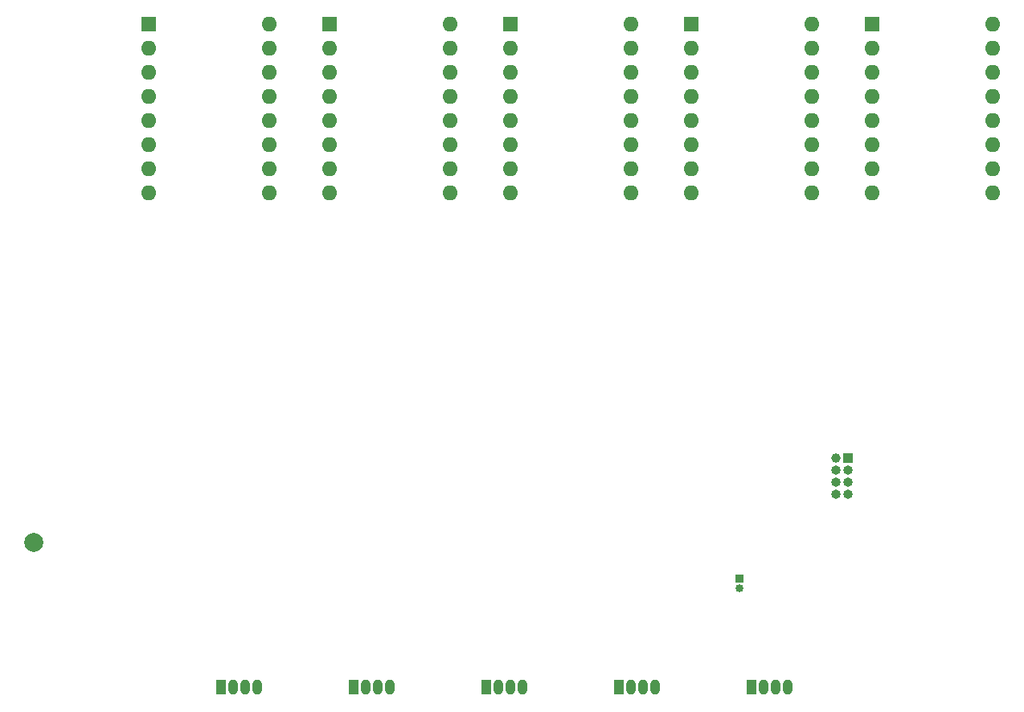
<source format=gbr>
%TF.GenerationSoftware,KiCad,Pcbnew,(5.1.9)-1*%
%TF.CreationDate,2021-10-09T18:12:39+01:00*%
%TF.ProjectId,btctestv0,62746374-6573-4747-9630-2e6b69636164,rev?*%
%TF.SameCoordinates,Original*%
%TF.FileFunction,Soldermask,Bot*%
%TF.FilePolarity,Negative*%
%FSLAX46Y46*%
G04 Gerber Fmt 4.6, Leading zero omitted, Abs format (unit mm)*
G04 Created by KiCad (PCBNEW (5.1.9)-1) date 2021-10-09 18:12:39*
%MOMM*%
%LPD*%
G01*
G04 APERTURE LIST*
%ADD10C,2.000000*%
%ADD11O,0.850000X0.850000*%
%ADD12R,0.850000X0.850000*%
%ADD13O,1.000000X1.000000*%
%ADD14R,1.000000X1.000000*%
%ADD15C,1.000000*%
%ADD16O,1.000000X1.600000*%
%ADD17R,1.000000X1.600000*%
%ADD18O,1.600000X1.600000*%
%ADD19R,1.600000X1.600000*%
G04 APERTURE END LIST*
D10*
%TO.C,REF\u002A\u002A*%
X89520000Y-82550000D03*
%TD*%
D11*
%TO.C,REF\u002A\u002A*%
X163830000Y-87360000D03*
D12*
X163830000Y-86360000D03*
%TD*%
D13*
%TO.C,REF\u002A\u002A*%
X175260000Y-77470000D03*
X173990000Y-77470000D03*
X175260000Y-76200000D03*
X173990000Y-76200000D03*
X175260000Y-74930000D03*
X173990000Y-74930000D03*
D14*
X175260000Y-73660000D03*
D15*
X173990000Y-73660000D03*
%TD*%
D16*
%TO.C,U5*%
X168910000Y-97790000D03*
X167640000Y-97790000D03*
X166370000Y-97790000D03*
D17*
X165100000Y-97790000D03*
%TD*%
D16*
%TO.C,U4*%
X154940000Y-97790000D03*
X153670000Y-97790000D03*
X152400000Y-97790000D03*
D17*
X151130000Y-97790000D03*
%TD*%
D16*
%TO.C,U3*%
X140970000Y-97790000D03*
X139700000Y-97790000D03*
X138430000Y-97790000D03*
D17*
X137160000Y-97790000D03*
%TD*%
D16*
%TO.C,U2*%
X127000000Y-97790000D03*
X125730000Y-97790000D03*
X124460000Y-97790000D03*
D17*
X123190000Y-97790000D03*
%TD*%
D16*
%TO.C,U1*%
X113030000Y-97790000D03*
X111760000Y-97790000D03*
X110490000Y-97790000D03*
D17*
X109220000Y-97790000D03*
%TD*%
D18*
%TO.C,A5*%
X190500000Y-27940000D03*
X177800000Y-45720000D03*
X190500000Y-30480000D03*
X177800000Y-43180000D03*
X190500000Y-33020000D03*
X177800000Y-40640000D03*
X190500000Y-35560000D03*
X177800000Y-38100000D03*
X190500000Y-38100000D03*
X177800000Y-35560000D03*
X190500000Y-40640000D03*
X177800000Y-33020000D03*
X190500000Y-43180000D03*
X177800000Y-30480000D03*
X190500000Y-45720000D03*
D19*
X177800000Y-27940000D03*
%TD*%
D18*
%TO.C,A4*%
X171450000Y-27940000D03*
X158750000Y-45720000D03*
X171450000Y-30480000D03*
X158750000Y-43180000D03*
X171450000Y-33020000D03*
X158750000Y-40640000D03*
X171450000Y-35560000D03*
X158750000Y-38100000D03*
X171450000Y-38100000D03*
X158750000Y-35560000D03*
X171450000Y-40640000D03*
X158750000Y-33020000D03*
X171450000Y-43180000D03*
X158750000Y-30480000D03*
X171450000Y-45720000D03*
D19*
X158750000Y-27940000D03*
%TD*%
D18*
%TO.C,A3*%
X152400000Y-27940000D03*
X139700000Y-45720000D03*
X152400000Y-30480000D03*
X139700000Y-43180000D03*
X152400000Y-33020000D03*
X139700000Y-40640000D03*
X152400000Y-35560000D03*
X139700000Y-38100000D03*
X152400000Y-38100000D03*
X139700000Y-35560000D03*
X152400000Y-40640000D03*
X139700000Y-33020000D03*
X152400000Y-43180000D03*
X139700000Y-30480000D03*
X152400000Y-45720000D03*
D19*
X139700000Y-27940000D03*
%TD*%
D18*
%TO.C,A2*%
X133350000Y-27940000D03*
X120650000Y-45720000D03*
X133350000Y-30480000D03*
X120650000Y-43180000D03*
X133350000Y-33020000D03*
X120650000Y-40640000D03*
X133350000Y-35560000D03*
X120650000Y-38100000D03*
X133350000Y-38100000D03*
X120650000Y-35560000D03*
X133350000Y-40640000D03*
X120650000Y-33020000D03*
X133350000Y-43180000D03*
X120650000Y-30480000D03*
X133350000Y-45720000D03*
D19*
X120650000Y-27940000D03*
%TD*%
D18*
%TO.C,A1*%
X114300000Y-27940000D03*
X101600000Y-45720000D03*
X114300000Y-30480000D03*
X101600000Y-43180000D03*
X114300000Y-33020000D03*
X101600000Y-40640000D03*
X114300000Y-35560000D03*
X101600000Y-38100000D03*
X114300000Y-38100000D03*
X101600000Y-35560000D03*
X114300000Y-40640000D03*
X101600000Y-33020000D03*
X114300000Y-43180000D03*
X101600000Y-30480000D03*
X114300000Y-45720000D03*
D19*
X101600000Y-27940000D03*
%TD*%
M02*

</source>
